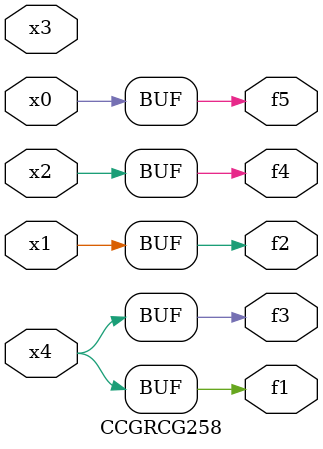
<source format=v>
module CCGRCG258(
	input x0, x1, x2, x3, x4,
	output f1, f2, f3, f4, f5
);
	assign f1 = x4;
	assign f2 = x1;
	assign f3 = x4;
	assign f4 = x2;
	assign f5 = x0;
endmodule

</source>
